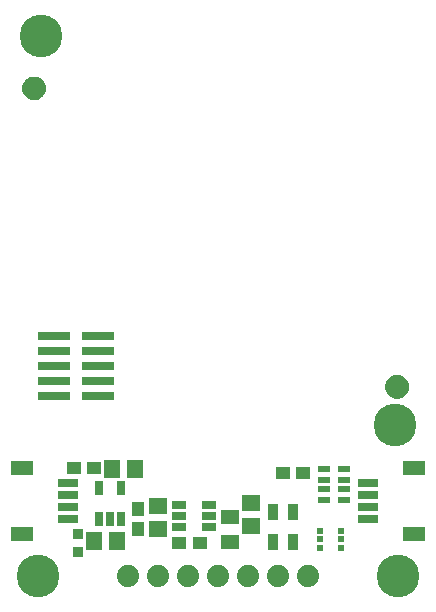
<source format=gbr>
G04 EAGLE Gerber RS-274X export*
G75*
%MOMM*%
%FSLAX34Y34*%
%LPD*%
%INSoldermask Top*%
%IPPOS*%
%AMOC8*
5,1,8,0,0,1.08239X$1,22.5*%
G01*
%ADD10R,1.401600X1.601600*%
%ADD11R,0.651600X1.301600*%
%ADD12R,1.101600X1.201600*%
%ADD13R,1.001600X0.551600*%
%ADD14R,0.601600X0.601600*%
%ADD15R,0.601600X0.501600*%
%ADD16C,3.617600*%
%ADD17R,1.651600X0.701600*%
%ADD18R,1.901600X1.301600*%
%ADD19C,1.101600*%
%ADD20C,0.500000*%
%ADD21R,0.901600X0.901600*%
%ADD22R,1.201600X1.101600*%
%ADD23R,2.701600X0.751600*%
%ADD24C,1.879600*%
%ADD25R,1.601600X1.401600*%
%ADD26R,1.601600X1.301600*%
%ADD27R,1.301600X0.651600*%
%ADD28R,0.901600X1.451600*%


D10*
X72910Y55120D03*
X91910Y55120D03*
D11*
X76720Y73869D03*
X86220Y73869D03*
X95720Y73869D03*
X95720Y99871D03*
X76720Y99871D03*
D10*
X88150Y116080D03*
X107150Y116080D03*
D12*
X109980Y82020D03*
X109980Y65020D03*
D13*
X267600Y90010D03*
X284600Y90010D03*
X267600Y99010D03*
X267600Y107010D03*
X267600Y116010D03*
X284600Y116010D03*
X284600Y99010D03*
X284600Y107010D03*
D14*
X281910Y48890D03*
D15*
X281910Y56390D03*
D14*
X281910Y63890D03*
X263910Y63890D03*
D15*
X263910Y56390D03*
D14*
X263910Y48890D03*
D16*
X27540Y483000D03*
X327540Y153000D03*
D17*
X305060Y83900D03*
X305060Y93900D03*
X305060Y73900D03*
X305060Y103900D03*
D18*
X344060Y60900D03*
X344060Y116900D03*
D17*
X50540Y93900D03*
X50540Y83900D03*
X50540Y103900D03*
X50540Y73900D03*
D18*
X11540Y116900D03*
X11540Y60900D03*
D19*
X329440Y185560D03*
D20*
X336940Y185560D02*
X336938Y185741D01*
X336931Y185922D01*
X336920Y186103D01*
X336905Y186284D01*
X336885Y186464D01*
X336861Y186644D01*
X336833Y186823D01*
X336800Y187001D01*
X336763Y187178D01*
X336722Y187355D01*
X336677Y187530D01*
X336627Y187705D01*
X336573Y187878D01*
X336515Y188049D01*
X336453Y188220D01*
X336386Y188388D01*
X336316Y188555D01*
X336242Y188721D01*
X336163Y188884D01*
X336081Y189045D01*
X335995Y189205D01*
X335905Y189362D01*
X335811Y189517D01*
X335714Y189670D01*
X335612Y189820D01*
X335508Y189968D01*
X335399Y190114D01*
X335288Y190256D01*
X335172Y190396D01*
X335054Y190533D01*
X334932Y190668D01*
X334807Y190799D01*
X334679Y190927D01*
X334548Y191052D01*
X334413Y191174D01*
X334276Y191292D01*
X334136Y191408D01*
X333994Y191519D01*
X333848Y191628D01*
X333700Y191732D01*
X333550Y191834D01*
X333397Y191931D01*
X333242Y192025D01*
X333085Y192115D01*
X332925Y192201D01*
X332764Y192283D01*
X332601Y192362D01*
X332435Y192436D01*
X332268Y192506D01*
X332100Y192573D01*
X331929Y192635D01*
X331758Y192693D01*
X331585Y192747D01*
X331410Y192797D01*
X331235Y192842D01*
X331058Y192883D01*
X330881Y192920D01*
X330703Y192953D01*
X330524Y192981D01*
X330344Y193005D01*
X330164Y193025D01*
X329983Y193040D01*
X329802Y193051D01*
X329621Y193058D01*
X329440Y193060D01*
X336940Y185560D02*
X336938Y185379D01*
X336931Y185198D01*
X336920Y185017D01*
X336905Y184836D01*
X336885Y184656D01*
X336861Y184476D01*
X336833Y184297D01*
X336800Y184119D01*
X336763Y183942D01*
X336722Y183765D01*
X336677Y183590D01*
X336627Y183415D01*
X336573Y183242D01*
X336515Y183071D01*
X336453Y182900D01*
X336386Y182732D01*
X336316Y182565D01*
X336242Y182399D01*
X336163Y182236D01*
X336081Y182075D01*
X335995Y181915D01*
X335905Y181758D01*
X335811Y181603D01*
X335714Y181450D01*
X335612Y181300D01*
X335508Y181152D01*
X335399Y181006D01*
X335288Y180864D01*
X335172Y180724D01*
X335054Y180587D01*
X334932Y180452D01*
X334807Y180321D01*
X334679Y180193D01*
X334548Y180068D01*
X334413Y179946D01*
X334276Y179828D01*
X334136Y179712D01*
X333994Y179601D01*
X333848Y179492D01*
X333700Y179388D01*
X333550Y179286D01*
X333397Y179189D01*
X333242Y179095D01*
X333085Y179005D01*
X332925Y178919D01*
X332764Y178837D01*
X332601Y178758D01*
X332435Y178684D01*
X332268Y178614D01*
X332100Y178547D01*
X331929Y178485D01*
X331758Y178427D01*
X331585Y178373D01*
X331410Y178323D01*
X331235Y178278D01*
X331058Y178237D01*
X330881Y178200D01*
X330703Y178167D01*
X330524Y178139D01*
X330344Y178115D01*
X330164Y178095D01*
X329983Y178080D01*
X329802Y178069D01*
X329621Y178062D01*
X329440Y178060D01*
X329259Y178062D01*
X329078Y178069D01*
X328897Y178080D01*
X328716Y178095D01*
X328536Y178115D01*
X328356Y178139D01*
X328177Y178167D01*
X327999Y178200D01*
X327822Y178237D01*
X327645Y178278D01*
X327470Y178323D01*
X327295Y178373D01*
X327122Y178427D01*
X326951Y178485D01*
X326780Y178547D01*
X326612Y178614D01*
X326445Y178684D01*
X326279Y178758D01*
X326116Y178837D01*
X325955Y178919D01*
X325795Y179005D01*
X325638Y179095D01*
X325483Y179189D01*
X325330Y179286D01*
X325180Y179388D01*
X325032Y179492D01*
X324886Y179601D01*
X324744Y179712D01*
X324604Y179828D01*
X324467Y179946D01*
X324332Y180068D01*
X324201Y180193D01*
X324073Y180321D01*
X323948Y180452D01*
X323826Y180587D01*
X323708Y180724D01*
X323592Y180864D01*
X323481Y181006D01*
X323372Y181152D01*
X323268Y181300D01*
X323166Y181450D01*
X323069Y181603D01*
X322975Y181758D01*
X322885Y181915D01*
X322799Y182075D01*
X322717Y182236D01*
X322638Y182399D01*
X322564Y182565D01*
X322494Y182732D01*
X322427Y182900D01*
X322365Y183071D01*
X322307Y183242D01*
X322253Y183415D01*
X322203Y183590D01*
X322158Y183765D01*
X322117Y183942D01*
X322080Y184119D01*
X322047Y184297D01*
X322019Y184476D01*
X321995Y184656D01*
X321975Y184836D01*
X321960Y185017D01*
X321949Y185198D01*
X321942Y185379D01*
X321940Y185560D01*
X321942Y185741D01*
X321949Y185922D01*
X321960Y186103D01*
X321975Y186284D01*
X321995Y186464D01*
X322019Y186644D01*
X322047Y186823D01*
X322080Y187001D01*
X322117Y187178D01*
X322158Y187355D01*
X322203Y187530D01*
X322253Y187705D01*
X322307Y187878D01*
X322365Y188049D01*
X322427Y188220D01*
X322494Y188388D01*
X322564Y188555D01*
X322638Y188721D01*
X322717Y188884D01*
X322799Y189045D01*
X322885Y189205D01*
X322975Y189362D01*
X323069Y189517D01*
X323166Y189670D01*
X323268Y189820D01*
X323372Y189968D01*
X323481Y190114D01*
X323592Y190256D01*
X323708Y190396D01*
X323826Y190533D01*
X323948Y190668D01*
X324073Y190799D01*
X324201Y190927D01*
X324332Y191052D01*
X324467Y191174D01*
X324604Y191292D01*
X324744Y191408D01*
X324886Y191519D01*
X325032Y191628D01*
X325180Y191732D01*
X325330Y191834D01*
X325483Y191931D01*
X325638Y192025D01*
X325795Y192115D01*
X325955Y192201D01*
X326116Y192283D01*
X326279Y192362D01*
X326445Y192436D01*
X326612Y192506D01*
X326780Y192573D01*
X326951Y192635D01*
X327122Y192693D01*
X327295Y192747D01*
X327470Y192797D01*
X327645Y192842D01*
X327822Y192883D01*
X327999Y192920D01*
X328177Y192953D01*
X328356Y192981D01*
X328536Y193005D01*
X328716Y193025D01*
X328897Y193040D01*
X329078Y193051D01*
X329259Y193058D01*
X329440Y193060D01*
D19*
X22100Y438290D03*
D20*
X29600Y438290D02*
X29598Y438471D01*
X29591Y438652D01*
X29580Y438833D01*
X29565Y439014D01*
X29545Y439194D01*
X29521Y439374D01*
X29493Y439553D01*
X29460Y439731D01*
X29423Y439908D01*
X29382Y440085D01*
X29337Y440260D01*
X29287Y440435D01*
X29233Y440608D01*
X29175Y440779D01*
X29113Y440950D01*
X29046Y441118D01*
X28976Y441285D01*
X28902Y441451D01*
X28823Y441614D01*
X28741Y441775D01*
X28655Y441935D01*
X28565Y442092D01*
X28471Y442247D01*
X28374Y442400D01*
X28272Y442550D01*
X28168Y442698D01*
X28059Y442844D01*
X27948Y442986D01*
X27832Y443126D01*
X27714Y443263D01*
X27592Y443398D01*
X27467Y443529D01*
X27339Y443657D01*
X27208Y443782D01*
X27073Y443904D01*
X26936Y444022D01*
X26796Y444138D01*
X26654Y444249D01*
X26508Y444358D01*
X26360Y444462D01*
X26210Y444564D01*
X26057Y444661D01*
X25902Y444755D01*
X25745Y444845D01*
X25585Y444931D01*
X25424Y445013D01*
X25261Y445092D01*
X25095Y445166D01*
X24928Y445236D01*
X24760Y445303D01*
X24589Y445365D01*
X24418Y445423D01*
X24245Y445477D01*
X24070Y445527D01*
X23895Y445572D01*
X23718Y445613D01*
X23541Y445650D01*
X23363Y445683D01*
X23184Y445711D01*
X23004Y445735D01*
X22824Y445755D01*
X22643Y445770D01*
X22462Y445781D01*
X22281Y445788D01*
X22100Y445790D01*
X29600Y438290D02*
X29598Y438109D01*
X29591Y437928D01*
X29580Y437747D01*
X29565Y437566D01*
X29545Y437386D01*
X29521Y437206D01*
X29493Y437027D01*
X29460Y436849D01*
X29423Y436672D01*
X29382Y436495D01*
X29337Y436320D01*
X29287Y436145D01*
X29233Y435972D01*
X29175Y435801D01*
X29113Y435630D01*
X29046Y435462D01*
X28976Y435295D01*
X28902Y435129D01*
X28823Y434966D01*
X28741Y434805D01*
X28655Y434645D01*
X28565Y434488D01*
X28471Y434333D01*
X28374Y434180D01*
X28272Y434030D01*
X28168Y433882D01*
X28059Y433736D01*
X27948Y433594D01*
X27832Y433454D01*
X27714Y433317D01*
X27592Y433182D01*
X27467Y433051D01*
X27339Y432923D01*
X27208Y432798D01*
X27073Y432676D01*
X26936Y432558D01*
X26796Y432442D01*
X26654Y432331D01*
X26508Y432222D01*
X26360Y432118D01*
X26210Y432016D01*
X26057Y431919D01*
X25902Y431825D01*
X25745Y431735D01*
X25585Y431649D01*
X25424Y431567D01*
X25261Y431488D01*
X25095Y431414D01*
X24928Y431344D01*
X24760Y431277D01*
X24589Y431215D01*
X24418Y431157D01*
X24245Y431103D01*
X24070Y431053D01*
X23895Y431008D01*
X23718Y430967D01*
X23541Y430930D01*
X23363Y430897D01*
X23184Y430869D01*
X23004Y430845D01*
X22824Y430825D01*
X22643Y430810D01*
X22462Y430799D01*
X22281Y430792D01*
X22100Y430790D01*
X21919Y430792D01*
X21738Y430799D01*
X21557Y430810D01*
X21376Y430825D01*
X21196Y430845D01*
X21016Y430869D01*
X20837Y430897D01*
X20659Y430930D01*
X20482Y430967D01*
X20305Y431008D01*
X20130Y431053D01*
X19955Y431103D01*
X19782Y431157D01*
X19611Y431215D01*
X19440Y431277D01*
X19272Y431344D01*
X19105Y431414D01*
X18939Y431488D01*
X18776Y431567D01*
X18615Y431649D01*
X18455Y431735D01*
X18298Y431825D01*
X18143Y431919D01*
X17990Y432016D01*
X17840Y432118D01*
X17692Y432222D01*
X17546Y432331D01*
X17404Y432442D01*
X17264Y432558D01*
X17127Y432676D01*
X16992Y432798D01*
X16861Y432923D01*
X16733Y433051D01*
X16608Y433182D01*
X16486Y433317D01*
X16368Y433454D01*
X16252Y433594D01*
X16141Y433736D01*
X16032Y433882D01*
X15928Y434030D01*
X15826Y434180D01*
X15729Y434333D01*
X15635Y434488D01*
X15545Y434645D01*
X15459Y434805D01*
X15377Y434966D01*
X15298Y435129D01*
X15224Y435295D01*
X15154Y435462D01*
X15087Y435630D01*
X15025Y435801D01*
X14967Y435972D01*
X14913Y436145D01*
X14863Y436320D01*
X14818Y436495D01*
X14777Y436672D01*
X14740Y436849D01*
X14707Y437027D01*
X14679Y437206D01*
X14655Y437386D01*
X14635Y437566D01*
X14620Y437747D01*
X14609Y437928D01*
X14602Y438109D01*
X14600Y438290D01*
X14602Y438471D01*
X14609Y438652D01*
X14620Y438833D01*
X14635Y439014D01*
X14655Y439194D01*
X14679Y439374D01*
X14707Y439553D01*
X14740Y439731D01*
X14777Y439908D01*
X14818Y440085D01*
X14863Y440260D01*
X14913Y440435D01*
X14967Y440608D01*
X15025Y440779D01*
X15087Y440950D01*
X15154Y441118D01*
X15224Y441285D01*
X15298Y441451D01*
X15377Y441614D01*
X15459Y441775D01*
X15545Y441935D01*
X15635Y442092D01*
X15729Y442247D01*
X15826Y442400D01*
X15928Y442550D01*
X16032Y442698D01*
X16141Y442844D01*
X16252Y442986D01*
X16368Y443126D01*
X16486Y443263D01*
X16608Y443398D01*
X16733Y443529D01*
X16861Y443657D01*
X16992Y443782D01*
X17127Y443904D01*
X17264Y444022D01*
X17404Y444138D01*
X17546Y444249D01*
X17692Y444358D01*
X17840Y444462D01*
X17990Y444564D01*
X18143Y444661D01*
X18298Y444755D01*
X18455Y444845D01*
X18615Y444931D01*
X18776Y445013D01*
X18939Y445092D01*
X19105Y445166D01*
X19272Y445236D01*
X19440Y445303D01*
X19611Y445365D01*
X19782Y445423D01*
X19955Y445477D01*
X20130Y445527D01*
X20305Y445572D01*
X20482Y445613D01*
X20659Y445650D01*
X20837Y445683D01*
X21016Y445711D01*
X21196Y445735D01*
X21376Y445755D01*
X21557Y445770D01*
X21738Y445781D01*
X21919Y445788D01*
X22100Y445790D01*
D16*
X25400Y25400D03*
X330200Y25400D03*
D21*
X59180Y45700D03*
X59180Y60700D03*
D22*
X72510Y116980D03*
X55510Y116980D03*
D23*
X39040Y177600D03*
X39040Y190300D03*
X39040Y203000D03*
X39040Y215700D03*
X39040Y228400D03*
X76040Y177600D03*
X76040Y190300D03*
X76040Y203000D03*
X76040Y215700D03*
X76040Y228400D03*
D24*
X101600Y25400D03*
X127000Y25400D03*
X152400Y25400D03*
X177800Y25400D03*
X203200Y25400D03*
X228600Y25400D03*
X254000Y25400D03*
D25*
X127000Y84430D03*
X127000Y65430D03*
D26*
X187960Y75270D03*
X187960Y54270D03*
D22*
X145170Y53340D03*
X162170Y53340D03*
D27*
X144480Y85700D03*
X144480Y76200D03*
X144480Y66700D03*
X170480Y66700D03*
X170480Y76200D03*
X170480Y85700D03*
D25*
X205740Y67970D03*
X205740Y86970D03*
D28*
X241300Y54610D03*
X241300Y80010D03*
D22*
X232800Y113030D03*
X249800Y113030D03*
D28*
X224790Y54610D03*
X224790Y80010D03*
M02*

</source>
